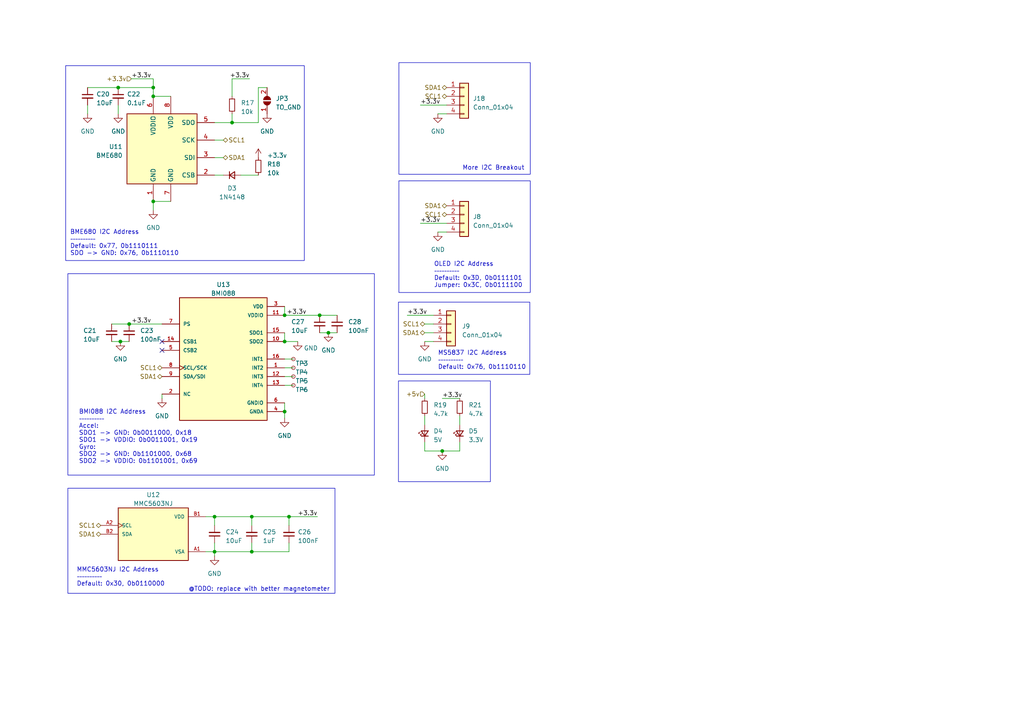
<source format=kicad_sch>
(kicad_sch (version 20230819) (generator eeschema)
  (paper "A4")
  (title_block (title "Carrier Board") (date "2023-11-21") (rev "V3") (company "MUREX Robotics [Byran Huang]") (comment 1 "//DO IT RIGHT,  DO IT MUREX") (comment 2 "// ATTEMPT THE IMPOSSIBLE") (comment 3 "CM4-based ROV (robotics) control board.") (comment 4 "The MUREX Carrier Board is the world's first open-source "))
  (lib_symbols
    (symbol "BMI088:BMI088" (pin_names (offset 1.016))
      (property "Reference" "U" (at -12.7 18.415 0))
      (property "Value" "BMI088" (at -12.7 -20.32 0))
      (symbol "BMI088_0_0"
        (rectangle (start -12.7 -17.78) (end 12.7 17.78) (stroke (width 0.254)) (fill (type background)))
        (pin bidirectional line (at 17.78 -2.54 180) (length 5.08) (name "INT2") (number "1"))
        (pin output line (at 17.78 5.08 180) (length 5.08) (name "SDO2") (number "10"))
        (pin power_in line (at 17.78 12.7 180) (length 5.08) (name "VDDIO") (number "11"))
        (pin bidirectional line (at 17.78 -5.08 180) (length 5.08) (name "INT3") (number "12"))
        (pin bidirectional line (at 17.78 -7.62 180) (length 5.08) (name "INT4") (number "13"))
        (pin input line (at -17.78 5.08 0) (length 5.08) (name "CSB1") (number "14"))
        (pin output line (at 17.78 7.62 180) (length 5.08) (name "SDO1") (number "15"))
        (pin bidirectional line (at 17.78 0 180) (length 5.08) (name "INT1") (number "16"))
        (pin passive line (at -17.78 -10.16 0) (length 5.08) (name "NC") (number "2"))
        (pin power_in line (at 17.78 15.24 180) (length 5.08) (name "VDD") (number "3"))
        (pin power_in line (at 17.78 -15.24 180) (length 5.08) (name "GNDA") (number "4"))
        (pin input line (at -17.78 2.54 0) (length 5.08) (name "CSB2") (number "5"))
        (pin power_in line (at 17.78 -12.7 180) (length 5.08) (name "GNDIO") (number "6"))
        (pin input line (at -17.78 10.16 0) (length 5.08) (name "PS") (number "7"))
        (pin input clock (at -17.78 -2.54 0) (length 5.08) (name "SCL/SCK") (number "8"))
        (pin bidirectional line (at -17.78 -5.08 0) (length 5.08) (name "SDA/SDI") (number "9"))
      )
    )
    (symbol "Connector:TestPoint_Small" (pin_numbers hide) (pin_names (offset 0.762) hide)
      (property "Reference" "TP" (at 0 3.81 0))
      (property "Value" "TestPoint_Small" (at 0 2.032 0))
      (symbol "TestPoint_Small_0_1"
        (circle (center 0 0) (radius 0.508))
      )
      (symbol "TestPoint_Small_1_1"
        (pin passive line (at 0 0 90) (length 0) (name "1") (number "1"))
      )
    )
    (symbol "Connector_Generic:Conn_01x04" (pin_names (offset 1.016) hide)
      (property "Reference" "J" (at 0 5.08 0))
      (property "Value" "Conn_01x04" (at 0 -7.62 0))
      (symbol "Conn_01x04_1_1"
        (rectangle (start -1.27 -4.953) (end 0 -5.207) (stroke (width 0.1524)))
        (rectangle (start -1.27 -2.413) (end 0 -2.667) (stroke (width 0.1524)))
        (rectangle (start -1.27 0.127) (end 0 -0.127) (stroke (width 0.1524)))
        (rectangle (start -1.27 2.667) (end 0 2.413) (stroke (width 0.1524)))
        (rectangle (start -1.27 3.81) (end 1.27 -6.35) (stroke (width 0.254)) (fill (type background)))
        (pin passive line (at -5.08 2.54 0) (length 3.81) (name "Pin_1") (number "1"))
        (pin passive line (at -5.08 0 0) (length 3.81) (name "Pin_2") (number "2"))
        (pin passive line (at -5.08 -2.54 0) (length 3.81) (name "Pin_3") (number "3"))
        (pin passive line (at -5.08 -5.08 0) (length 3.81) (name "Pin_4") (number "4"))
      )
    )
    (symbol "Device:C_Small" (pin_numbers hide) (pin_names (offset 0.254) hide)
      (property "Reference" "C" (at 0.254 1.778 0))
      (property "Value" "C_Small" (at 0.254 -2.032 0))
      (symbol "C_Small_0_1"
        (polyline (pts (xy -1.524 -0.508) (xy 1.524 -0.508)) (stroke (width 0.3302)))
        (polyline (pts (xy -1.524 0.508) (xy 1.524 0.508)) (stroke (width 0.3048)))
      )
      (symbol "C_Small_1_1"
        (pin passive line (at 0 2.54 270) (length 2.032) (name "~") (number "1"))
        (pin passive line (at 0 -2.54 90) (length 2.032) (name "~") (number "2"))
      )
    )
    (symbol "Device:D_Small" (pin_numbers hide) (pin_names (offset 0.254) hide)
      (property "Reference" "D" (at -1.27 2.032 0))
      (property "Value" "D_Small" (at -3.81 -2.032 0))
      (symbol "D_Small_0_1"
        (polyline (pts (xy -0.762 -1.016) (xy -0.762 1.016)) (stroke (width 0.254)))
        (polyline (pts (xy -0.762 0) (xy 0.762 0)))
        (polyline (pts (xy 0.762 -1.016) (xy -0.762 0) (xy 0.762 1.016) (xy 0.762 -1.016)) (stroke (width 0.254)))
      )
      (symbol "D_Small_1_1"
        (pin passive line (at -2.54 0 0) (length 1.778) (name "K") (number "1"))
        (pin passive line (at 2.54 0 180) (length 1.778) (name "A") (number "2"))
      )
    )
    (symbol "Device:LED_Small" (pin_numbers hide) (pin_names (offset 0.254) hide)
      (property "Reference" "D" (at -1.27 3.175 0))
      (property "Value" "LED_Small" (at -4.445 -2.54 0))
      (symbol "LED_Small_0_1"
        (polyline (pts (xy -0.762 -1.016) (xy -0.762 1.016)) (stroke (width 0.254)))
        (polyline (pts (xy 1.016 0) (xy -0.762 0)))
        (polyline (pts (xy 0.762 -1.016) (xy -0.762 0) (xy 0.762 1.016) (xy 0.762 -1.016)) (stroke (width 0.254)))
        (polyline (pts (xy 0 0.762) (xy -0.508 1.27) (xy -0.254 1.27) (xy -0.508 1.27) (xy -0.508 1.016)))
        (polyline (pts (xy 0.508 1.27) (xy 0 1.778) (xy 0.254 1.778) (xy 0 1.778) (xy 0 1.524)))
      )
      (symbol "LED_Small_1_1"
        (pin passive line (at -2.54 0 0) (length 1.778) (name "K") (number "1"))
        (pin passive line (at 2.54 0 180) (length 1.778) (name "A") (number "2"))
      )
    )
    (symbol "Device:R_Small" (pin_numbers hide) (pin_names (offset 0.254) hide)
      (property "Reference" "R" (at 0.762 0.508 0))
      (property "Value" "R_Small" (at 0.762 -1.016 0))
      (symbol "R_Small_0_1"
        (rectangle (start -0.762 1.778) (end 0.762 -1.778) (stroke (width 0.2032)))
      )
      (symbol "R_Small_1_1"
        (pin passive line (at 0 2.54 270) (length 0.762) (name "~") (number "1"))
        (pin passive line (at 0 -2.54 90) (length 0.762) (name "~") (number "2"))
      )
    )
    (symbol "Jumper:SolderJumper_2_Open" (pin_names (offset 0) hide)
      (property "Reference" "JP" (at 0 2.032 0))
      (property "Value" "SolderJumper_2_Open" (at 0 -2.54 0))
      (symbol "SolderJumper_2_Open_0_1"
        (arc (start -0.254 1.016) (mid -1.2656 0) (end -0.254 -1.016))
        (arc (start -0.254 1.016) (mid -1.2656 0) (end -0.254 -1.016) (fill (type outline)))
        (polyline (pts (xy -0.254 1.016) (xy -0.254 -1.016)))
        (polyline (pts (xy 0.254 1.016) (xy 0.254 -1.016)))
        (arc (start 0.254 -1.016) (mid 1.2656 0) (end 0.254 1.016))
        (arc (start 0.254 -1.016) (mid 1.2656 0) (end 0.254 1.016) (fill (type outline)))
      )
      (symbol "SolderJumper_2_Open_1_1"
        (pin passive line (at -3.81 0 0) (length 2.54) (name "A") (number "1"))
        (pin passive line (at 3.81 0 180) (length 2.54) (name "B") (number "2"))
      )
    )
    (symbol "MMC5603NJ:MMC5603NJ" (pin_names (offset 1.016))
      (property "Reference" "U" (at -10.16 8.382 0))
      (property "Value" "MMC5603NJ" (at -10.16 -10.16 0))
      (symbol "MMC5603NJ_0_0"
        (rectangle (start -10.16 -7.62) (end 10.16 7.62) (stroke (width 0.254)) (fill (type background)))
        (pin power_in line (at 15.24 -5.08 180) (length 5.08) (name "VSA") (number "A1"))
        (pin input clock (at -15.24 2.54 0) (length 5.08) (name "SCL") (number "A2"))
        (pin power_in line (at 15.24 5.08 180) (length 5.08) (name "VDD") (number "B1"))
        (pin bidirectional line (at -15.24 0 0) (length 5.08) (name "SDA") (number "B2"))
      )
    )
    (symbol "Sensor:BME680"
      (property "Reference" "U" (at -8.89 11.43 0))
      (property "Value" "BME680" (at 7.62 11.43 0))
      (symbol "BME680_0_1"
        (rectangle (start -10.16 10.16) (end 10.16 -10.16) (stroke (width 0.254)) (fill (type background)))
      )
      (symbol "BME680_1_1"
        (pin power_in line (at -2.54 -15.24 90) (length 5.08) (name "GND") (number "1"))
        (pin input line (at 15.24 -7.62 180) (length 5.08) (name "CSB") (number "2"))
        (pin bidirectional line (at 15.24 -2.54 180) (length 5.08) (name "SDI") (number "3"))
        (pin input line (at 15.24 2.54 180) (length 5.08) (name "SCK") (number "4"))
        (pin bidirectional line (at 15.24 7.62 180) (length 5.08) (name "SDO") (number "5"))
        (pin power_in line (at -2.54 15.24 270) (length 5.08) (name "VDDIO") (number "6"))
        (pin power_in line (at 2.54 -15.24 90) (length 5.08) (name "GND") (number "7"))
        (pin power_in line (at 2.54 15.24 270) (length 5.08) (name "VDD") (number "8"))
      )
    )
    (symbol "power:+3.3V" (power) (pin_names (offset 0))
      (property "Value" "+3.3V" (at 0 3.556 0))
      (symbol "+3.3V_0_1"
        (polyline (pts (xy -0.762 1.27) (xy 0 2.54)))
        (polyline (pts (xy 0 0) (xy 0 2.54)))
        (polyline (pts (xy 0 2.54) (xy 0.762 1.27)))
      )
      (symbol "+3.3V_1_1"
        (pin power_in line (at 0 0 90) (length 0) hide (name "+3.3V") (number "1"))
      )
    )
    (symbol "power:GND" (power) (pin_names (offset 0))
      (property "Value" "GND" (at 0 -3.81 0))
      (symbol "GND_0_1"
        (polyline (pts (xy 0 0) (xy 0 -1.27) (xy 1.27 -1.27) (xy 0 -2.54) (xy -1.27 -1.27) (xy 0 -1.27)))
      )
      (symbol "GND_1_1"
        (pin power_in line (at 0 0 270) (length 0) hide (name "GND") (number "1"))
      )
    )
  )
  (junction (at 37.465 93.98))
  (junction (at 92.71 91.44))
  (junction (at 44.45 58.42))
  (junction (at 73.025 160.02))
  (junction (at 82.55 119.38))
  (junction (at 83.82 149.86))
  (junction (at 62.23 160.02))
  (junction (at 34.29 25.4))
  (junction (at 34.925 99.06))
  (junction (at 95.25 96.52))
  (junction (at 44.45 25.4))
  (junction (at 62.23 149.86))
  (junction (at 67.31 35.56))
  (junction (at 44.45 27.94))
  (junction (at 82.55 99.06))
  (junction (at 82.55 91.44))
  (junction (at 73.025 149.86))
  (junction (at 128.27 130.81))
  (no_connect (at 46.99 101.6))
  (no_connect (at 46.99 99.06))
  (wire (pts (xy 82.55 104.14) (xy 85.09 104.14)))
  (wire (pts (xy 133.35 120.65) (xy 133.35 123.19)))
  (wire (pts (xy 83.82 152.4) (xy 83.82 149.86)))
  (wire (pts (xy 82.55 106.68) (xy 85.09 106.68)))
  (wire (pts (xy 62.23 149.86) (xy 62.23 152.4)))
  (wire (pts (xy 62.23 160.02) (xy 62.23 161.29)))
  (wire (pts (xy 32.385 93.98) (xy 37.465 93.98)))
  (wire (pts (xy 38.1 22.86) (xy 44.45 22.86)))
  (wire (pts (xy 59.69 149.86) (xy 62.23 149.86)))
  (wire (pts (xy 123.19 96.52) (xy 125.73 96.52)))
  (wire (pts (xy 73.025 149.86) (xy 73.025 152.4)))
  (wire (pts (xy 44.45 58.42) (xy 49.53 58.42)))
  (wire (pts (xy 34.925 99.06) (xy 37.465 99.06)))
  (wire (pts (xy 82.55 116.84) (xy 82.55 119.38)))
  (wire (pts (xy 77.47 25.4) (xy 74.93 25.4)))
  (wire (pts (xy 123.19 114.3) (xy 123.19 115.57)))
  (wire (pts (xy 133.35 128.27) (xy 133.35 130.81)))
  (wire (pts (xy 67.31 33.02) (xy 67.31 35.56)))
  (wire (pts (xy 44.45 25.4) (xy 44.45 27.94)))
  (wire (pts (xy 123.19 130.81) (xy 128.27 130.81)))
  (wire (pts (xy 67.31 22.86) (xy 67.31 27.94)))
  (wire (pts (xy 127 67.31) (xy 129.54 67.31)))
  (wire (pts (xy 83.82 157.48) (xy 83.82 160.02)))
  (wire (pts (xy 37.465 93.98) (xy 46.99 93.98)))
  (wire (pts (xy 118.11 91.44) (xy 125.73 91.44)))
  (wire (pts (xy 82.55 99.06) (xy 86.36 99.06)))
  (wire (pts (xy 32.385 99.06) (xy 34.925 99.06)))
  (wire (pts (xy 92.71 96.52) (xy 95.25 96.52)))
  (wire (pts (xy 62.23 160.02) (xy 73.025 160.02)))
  (wire (pts (xy 128.27 115.57) (xy 133.35 115.57)))
  (wire (pts (xy 44.45 27.94) (xy 49.53 27.94)))
  (wire (pts (xy 62.23 40.64) (xy 64.77 40.64)))
  (wire (pts (xy 133.35 130.81) (xy 128.27 130.81)))
  (wire (pts (xy 121.92 30.48) (xy 129.54 30.48)))
  (wire (pts (xy 82.55 111.76) (xy 85.09 111.76)))
  (wire (pts (xy 123.19 99.06) (xy 125.73 99.06)))
  (wire (pts (xy 82.55 91.44) (xy 92.71 91.44)))
  (wire (pts (xy 46.99 114.3) (xy 46.99 115.57)))
  (wire (pts (xy 82.55 96.52) (xy 82.55 99.06)))
  (wire (pts (xy 62.23 157.48) (xy 62.23 160.02)))
  (wire (pts (xy 62.23 50.8) (xy 64.77 50.8)))
  (wire (pts (xy 82.55 88.9) (xy 82.55 91.44)))
  (wire (pts (xy 44.45 22.86) (xy 44.45 25.4)))
  (wire (pts (xy 74.93 25.4) (xy 74.93 35.56)))
  (wire (pts (xy 82.55 109.22) (xy 85.09 109.22)))
  (wire (pts (xy 44.45 58.42) (xy 44.45 60.96)))
  (wire (pts (xy 69.85 50.8) (xy 74.93 50.8)))
  (wire (pts (xy 34.29 30.48) (xy 34.29 33.02)))
  (wire (pts (xy 82.55 119.38) (xy 82.55 121.285)))
  (wire (pts (xy 73.025 157.48) (xy 73.025 160.02)))
  (wire (pts (xy 121.92 64.77) (xy 129.54 64.77)))
  (wire (pts (xy 62.23 35.56) (xy 67.31 35.56)))
  (wire (pts (xy 127 33.02) (xy 129.54 33.02)))
  (wire (pts (xy 62.23 45.72) (xy 64.77 45.72)))
  (wire (pts (xy 67.31 22.86) (xy 72.39 22.86)))
  (wire (pts (xy 25.4 25.4) (xy 34.29 25.4)))
  (wire (pts (xy 123.19 120.65) (xy 123.19 123.19)))
  (wire (pts (xy 34.29 25.4) (xy 44.45 25.4)))
  (wire (pts (xy 73.025 160.02) (xy 83.82 160.02)))
  (wire (pts (xy 62.23 149.86) (xy 73.025 149.86)))
  (wire (pts (xy 83.82 149.86) (xy 92.075 149.86)))
  (wire (pts (xy 123.19 128.27) (xy 123.19 130.81)))
  (wire (pts (xy 73.025 149.86) (xy 83.82 149.86)))
  (wire (pts (xy 92.71 91.44) (xy 97.79 91.44)))
  (wire (pts (xy 25.4 30.48) (xy 25.4 33.02)))
  (wire (pts (xy 59.69 160.02) (xy 62.23 160.02)))
  (wire (pts (xy 123.19 93.98) (xy 125.73 93.98)))
  (wire (pts (xy 67.31 35.56) (xy 74.93 35.56)))
  (wire (pts (xy 95.25 96.52) (xy 97.79 96.52)))
  (rectangle (start 115.57 87.63) (end 153.67 108.585))
  (rectangle (start 19.685 141.605) (end 97.155 172.085))
  (rectangle (start 115.697 18.161) (end 153.797 50.546))
  (rectangle (start 19.05 19.05) (end 88.265 75.565))
  (rectangle (start 115.697 52.451) (end 153.797 84.836))
  (rectangle (start 19.685 79.375) (end 108.585 137.795))
  (rectangle (start 115.57 110.49) (end 142.24 139.7))
  (text "MMC5603NJ I2C Address\n––––––––––\nDefault: 0x30, 0b0110000" (at 22.225 170.18 0) (effects (font (size 1.27 1.27)) (justify left bottom)))
  (text "MS5837 I2C Address\n––––––––––\nDefault: 0x76, 0b1110110" (at 127 107.315 0) (effects (font (size 1.27 1.27)) (justify left bottom)))
  (text "BME680 I2C Address\n––––––––––\nDefault: 0x77, 0b1110111\nSDO -> GND: 0x76, 0b1110110" (at 20.32 74.295 0) (effects (font (size 1.27 1.27)) (justify left bottom)))
  (text "BMI088 I2C Address\n––––––––––\nAccel:\nSDO1 -> GND: 0b0011000, 0x18\nSDO1 -> VDDIO: 0b0011001, 0x19\nGyro:\nSDO2 -> GND: 0b1101000, 0x68\nSDO2 -> VDDIO: 0b1101001, 0x69" (at 22.86 134.62 0) (effects (font (size 1.27 1.27)) (justify left bottom)))
  (text "@TODO: replace with better magnetometer" (at 75.184 170.942 0) (effects (font (size 1.27 1.27))))
  (text "More I2C Breakout" (at 134.112 49.53 0) (effects (font (size 1.27 1.27)) (justify left bottom)))
  (text "OLED I2C Address\n––––––––––\nDefault: 0x3D, 0b0111101\nJumper: 0x3C, 0b0111100" (at 125.857 83.566 0) (effects (font (size 1.27 1.27)) (justify left bottom)))
  (label "+3.3v" (at 118.11 91.44 0))
  (label "+3.3v" (at 88.9 91.44 180))
  (label "+3.3v" (at 92.075 149.86 180))
  (label "+3.3v" (at 121.92 30.48 0))
  (label "+3.3v" (at 38.1 22.86 0))
  (label "+3.3v" (at 38.1 93.98 0))
  (label "+3.3v" (at 72.39 22.86 180))
  (label "+3.3v" (at 121.92 64.77 0))
  (label "+3.3v" (at 128.27 115.57 0))
  (hierarchical_label "+5v" (shape input) (at 123.19 114.3 180))
  (hierarchical_label "+3.3v" (shape input) (at 38.1 22.86 180))
  (hierarchical_label "SCL1" (shape bidirectional) (at 29.21 152.4 180))
  (hierarchical_label "SDA1" (shape bidirectional) (at 129.54 59.69 180))
  (hierarchical_label "SCL1" (shape bidirectional) (at 129.54 27.94 180))
  (hierarchical_label "SDA1" (shape bidirectional) (at 64.77 45.72 0))
  (hierarchical_label "SCL1" (shape bidirectional) (at 129.54 62.23 180))
  (hierarchical_label "SDA1" (shape bidirectional) (at 46.99 109.22 180))
  (hierarchical_label "SDA1" (shape bidirectional) (at 123.19 96.52 180))
  (hierarchical_label "SDA1" (shape bidirectional) (at 129.54 25.4 180))
  (hierarchical_label "SCL1" (shape bidirectional) (at 46.99 106.68 180))
  (hierarchical_label "SCL1" (shape bidirectional) (at 64.77 40.64 0))
  (hierarchical_label "SDA1" (shape bidirectional) (at 29.21 154.94 180))
  (hierarchical_label "SCL1" (shape bidirectional) (at 123.19 93.98 180))
  (symbol (lib_id "power:GND") (at 127 67.31 0) (unit 1)
    (property "Reference" "#PWR056" (effects hide))
    (property "Value" "GND" (at 127 72.39 0))
    (instances (project "carrier" (path "" (reference "#PWR056") (unit 1))) (project "rov_pcb_v2" (path "" (reference "#PWR040") (unit 1))))
  )
  (symbol (lib_id "power:GND") (at 34.29 33.02 0) (unit 1)
    (property "Reference" "#PWR047" (effects hide))
    (property "Value" "GND" (at 34.29 38.1 0))
    (instances (project "carrier" (path "" (reference "#PWR047") (unit 1))) (project "rov_pcb_v2" (path "" (reference "#PWR044") (unit 1))))
  )
  (symbol (lib_id "Device:C_Small") (at 25.4 27.94 0) (unit 1)
    (property "Reference" "C20" (at 27.94 27.3113 0) (effects (justify left)))
    (property "Value" "10uF" (at 27.94 29.8513 0) (effects (justify left)))
    (property "Footprint" "Capacitor_SMD:C_0603_1608Metric" (effects hide))
    (instances (project "carrier" (path "" (reference "C20") (unit 1))) (project "rov_pcb_v2" (path "" (reference "C2") (unit 1))))
  )
  (symbol (lib_id "Sensor:BME680") (at 46.99 43.18 0) (unit 1)
    (property "Reference" "U11" (at 35.56 42.545 0) (effects (justify right)))
    (property "Value" "BME680" (at 35.56 45.085 0) (effects (justify right)))
    (property "Footprint" "Package_LGA:Bosch_LGA-8_3x3mm_P0.8mm_ClockwisePinNumbering" (effects hide))
    (property "Datasheet" "https://ae-bst.resource.bosch.com/media/_tech/media/datasheets/BST-BME680-DS001.pdf" (effects hide))
    (instances (project "carrier" (path "" (reference "U11") (unit 1))) (project "rov_pcb_v2" (path "" (reference "U2") (unit 1))))
  )
  (symbol (lib_id "Device:C_Small") (at 97.79 93.98 0) (unit 1)
    (property "Reference" "C28" (at 100.965 93.3513 0) (effects (justify left)))
    (property "Value" "100nF" (at 100.965 95.8913 0) (effects (justify left)))
    (property "Footprint" "Capacitor_SMD:C_0603_1608Metric" (effects hide))
  )
  (symbol (lib_id "Device:R_Small") (at 133.35 118.11 0) (unit 1)
    (property "Reference" "R21" (at 135.89 117.475 0) (effects (justify left)))
    (property "Value" "4.7k" (at 135.89 120.015 0) (effects (justify left)))
    (property "Footprint" "Resistor_SMD:R_0603_1608Metric" (effects hide))
    (instances (project "carrier" (path "" (reference "R21") (unit 1))) (project "rov_pcb_v2" (path "" (reference "R6") (unit 1))))
  )
  (symbol (lib_id "Jumper:SolderJumper_2_Open") (at 77.47 29.21 90) (unit 1)
    (property "Reference" "JP3" (at 80.01 28.575 90) (effects (justify right)))
    (property "Value" "TO_GND" (at 80.01 31.115 90) (effects (justify right)))
    (property "Footprint" "Jumper:SolderJumper-2_P1.3mm_Open_RoundedPad1.0x1.5mm" (effects hide))
    (instances (project "carrier" (path "" (reference "JP3") (unit 1))) (project "rov_pcb_v2" (path "" (reference "JP1") (unit 1))))
  )
  (symbol (lib_id "Device:C_Small") (at 83.82 154.94 180) (unit 1)
    (property "Reference" "C26" (at 86.36 154.2986 0) (effects (justify right)))
    (property "Value" "100nF" (at 86.36 156.8386 0) (effects (justify right)))
    (property "Footprint" "Capacitor_SMD:C_0603_1608Metric" (effects hide))
    (instances (project "carrier" (path "" (reference "C26") (unit 1))) (project "rov_pcb_v2" (path "" (reference "C4") (unit 1))))
  )
  (symbol (lib_id "Device:R_Small") (at 74.93 48.26 0) (unit 1)
    (property "Reference" "R18" (at 77.47 47.625 0) (effects (justify left)))
    (property "Value" "10k" (at 77.47 50.165 0) (effects (justify left)))
    (property "Footprint" "Resistor_SMD:R_0603_1608Metric" (effects hide))
    (instances (project "carrier" (path "" (reference "R18") (unit 1))) (project "rov_pcb_v2" (path "" (reference "R6") (unit 1))))
  )
  (symbol (lib_id "Device:LED_Small") (at 123.19 125.73 90) (unit 1)
    (property "Reference" "D4" (at 125.73 125.0315 90) (effects (justify right)))
    (property "Value" "5V" (at 125.73 127.5715 90) (effects (justify right)))
    (property "Footprint" "LED_SMD:LED_0603_1608Metric" (effects hide))
    (property "JLC Part #" "C2286" (effects hide))
  )
  (symbol (lib_id "Device:C_Small") (at 32.385 96.52 0) (unit 1)
    (property "Reference" "C21" (at 24.13 95.885 0) (effects (justify left)))
    (property "Value" "10uF" (at 24.13 98.425 0) (effects (justify left)))
    (property "Footprint" "Capacitor_SMD:C_0603_1608Metric" (effects hide))
  )
  (symbol (lib_id "Device:C_Small") (at 62.23 154.94 180) (unit 1)
    (property "Reference" "C24" (at 65.405 154.2986 0) (effects (justify right)))
    (property "Value" "10uF" (at 65.405 156.8386 0) (effects (justify right)))
    (property "Footprint" "Capacitor_SMD:C_0603_1608Metric" (effects hide))
    (instances (project "carrier" (path "" (reference "C24") (unit 1))) (project "rov_pcb_v2" (path "" (reference "C4") (unit 1))))
  )
  (symbol (lib_id "Device:C_Small") (at 73.025 154.94 180) (unit 1)
    (property "Reference" "C25" (at 76.2 154.2986 0) (effects (justify right)))
    (property "Value" "1uF" (at 76.2 156.8386 0) (effects (justify right)))
    (property "Footprint" "Capacitor_SMD:C_0603_1608Metric" (effects hide))
    (instances (project "carrier" (path "" (reference "C25") (unit 1))) (project "rov_pcb_v2" (path "" (reference "C4") (unit 1))))
  )
  (symbol (lib_id "BMI088:BMI088") (at 64.77 104.14 0) (unit 1)
    (property "Reference" "U13" (at 64.77 82.55 0))
    (property "Value" "BMI088" (at 64.77 85.09 0))
    (property "Footprint" "BMI088:PQFN50P450X300X100-16N" (effects hide))
    (property "MF" "Bosch Sensortec" (effects hide))
    (property "PURCHASE-URL" "https://pricing.snapeda.com/search/part/BMI088/?ref=eda" (effects hide))
    (property "PACKAGE" "VFLGA-16 Bosch Sensortec" (effects hide))
    (property "PRICE" "None" (effects hide))
    (property "MP" "BMI088" (effects hide))
    (property "AVAILABILITY" "In Stock" (effects hide))
    (property "DESCRIPTION" "Accelerometer, Gyroscope, 6 Axis Sensor I²C, SPI Output" (effects hide))
  )
  (symbol (lib_id "Device:R_Small") (at 67.31 30.48 0) (unit 1)
    (property "Reference" "R17" (at 69.85 29.845 0) (effects (justify left)))
    (property "Value" "10k" (at 69.85 32.385 0) (effects (justify left)))
    (property "Footprint" "Resistor_SMD:R_0603_1608Metric" (effects hide))
    (instances (project "carrier" (path "" (reference "R17") (unit 1))) (project "rov_pcb_v2" (path "" (reference "R5") (unit 1))))
  )
  (symbol (lib_id "Connector_Generic:Conn_01x04") (at 130.81 93.98 0) (unit 1)
    (property "Reference" "J9" (at 133.985 94.615 0) (effects (justify left)))
    (property "Value" "Conn_01x04" (at 133.985 97.155 0) (effects (justify left)))
    (property "Footprint" "Connector_PinHeader_2.54mm:PinHeader_1x04_P2.54mm_Vertical" (effects hide))
  )
  (symbol (lib_id "power:GND") (at 44.45 60.96 0) (unit 1)
    (property "Reference" "#PWR048" (effects hide))
    (property "Value" "GND" (at 44.45 66.04 0))
    (instances (project "carrier" (path "" (reference "#PWR048") (unit 1))) (project "rov_pcb_v2" (path "" (reference "#PWR040") (unit 1))))
  )
  (symbol (lib_id "power:GND") (at 82.55 121.285 0) (unit 1)
    (property "Reference" "#PWR053" (effects hide))
    (property "Value" "GND" (at 82.55 126.365 0))
  )
  (symbol (lib_id "power:GND") (at 25.4 33.02 0) (unit 1)
    (property "Reference" "#PWR045" (effects hide))
    (property "Value" "GND" (at 25.4 38.1 0))
    (instances (project "carrier" (path "" (reference "#PWR045") (unit 1))) (project "rov_pcb_v2" (path "" (reference "#PWR09") (unit 1))))
  )
  (symbol (lib_id "Connector_Generic:Conn_01x04") (at 134.62 27.94 0) (unit 1)
    (property "Reference" "J18" (at 137.16 28.575 0) (effects (justify left)))
    (property "Value" "Conn_01x04" (at 137.16 31.115 0) (effects (justify left)))
    (property "Footprint" "Connector_PinHeader_2.54mm:PinHeader_1x04_P2.54mm_Vertical" (effects hide))
  )
  (symbol (lib_id "power:GND") (at 77.47 33.02 0) (unit 1)
    (property "Reference" "#PWR052" (effects hide))
    (property "Value" "GND" (at 77.47 38.1 0))
    (instances (project "carrier" (path "" (reference "#PWR052") (unit 1))) (project "rov_pcb_v2" (path "" (reference "#PWR045") (unit 1))))
  )
  (symbol (lib_id "Connector_Generic:Conn_01x04") (at 134.62 62.23 0) (unit 1)
    (property "Reference" "J8" (at 137.16 62.865 0) (effects (justify left)))
    (property "Value" "Conn_01x04" (at 137.16 65.405 0) (effects (justify left)))
    (property "Footprint" "Connector_PinHeader_2.54mm:PinHeader_1x04_P2.54mm_Vertical" (effects hide))
  )
  (symbol (lib_id "power:GND") (at 127 33.02 0) (unit 1)
    (property "Reference" "#PWR084" (effects hide))
    (property "Value" "GND" (at 127 38.1 0))
    (instances (project "carrier" (path "" (reference "#PWR084") (unit 1))) (project "rov_pcb_v2" (path "" (reference "#PWR040") (unit 1))))
  )
  (symbol (lib_id "Device:C_Small") (at 34.29 27.94 0) (unit 1)
    (property "Reference" "C22" (at 36.83 27.3113 0) (effects (justify left)))
    (property "Value" "0.1uF" (at 36.83 29.8513 0) (effects (justify left)))
    (property "Footprint" "Capacitor_SMD:C_0603_1608Metric" (effects hide))
    (instances (project "carrier" (path "" (reference "C22") (unit 1))) (project "rov_pcb_v2" (path "" (reference "C3") (unit 1))))
  )
  (symbol (lib_id "power:GND") (at 34.925 99.06 0) (unit 1)
    (property "Reference" "#PWR046" (effects hide))
    (property "Value" "GND" (at 34.925 104.14 0))
  )
  (symbol (lib_id "power:GND") (at 46.99 115.57 0) (unit 1)
    (property "Reference" "#PWR049" (effects hide))
    (property "Value" "GND" (at 46.99 120.65 0))
  )
  (symbol (lib_id "Device:C_Small") (at 92.71 93.98 0) (unit 1)
    (property "Reference" "C27" (at 84.455 93.345 0) (effects (justify left)))
    (property "Value" "10uF" (at 84.455 95.885 0) (effects (justify left)))
    (property "Footprint" "Capacitor_SMD:C_0603_1608Metric" (effects hide))
  )
  (symbol (lib_id "Device:C_Small") (at 37.465 96.52 0) (unit 1)
    (property "Reference" "C23" (at 40.64 95.8913 0) (effects (justify left)))
    (property "Value" "100nF" (at 40.64 98.4313 0) (effects (justify left)))
    (property "Footprint" "Capacitor_SMD:C_0603_1608Metric" (effects hide))
  )
  (symbol (lib_id "power:GND") (at 95.25 96.52 0) (unit 1)
    (property "Reference" "#PWR055" (effects hide))
    (property "Value" "GND" (at 95.25 101.6 0))
  )
  (symbol (lib_id "Device:D_Small") (at 67.31 50.8 0) (unit 1)
    (property "Reference" "D3" (at 67.31 54.61 0))
    (property "Value" "1N4148" (at 67.31 57.15 0))
    (property "Footprint" "Diode_SMD:D_SOD-323" (effects hide))
    (property "Sim.Device" "D" (effects hide))
    (property "Sim.Pins" "1=K 2=A" (effects hide))
    (instances (project "carrier" (path "" (reference "D3") (unit 1))) (project "rov_pcb_v2" (path "" (reference "D2") (unit 1))))
  )
  (symbol (lib_id "power:GND") (at 123.19 99.06 0) (unit 1)
    (property "Reference" "#PWR062" (effects hide))
    (property "Value" "GND" (at 123.19 104.14 0))
    (instances (project "carrier" (path "" (reference "#PWR062") (unit 1))) (project "rov_pcb_v2" (path "" (reference "#PWR040") (unit 1))))
  )
  (symbol (lib_id "MMC5603NJ:MMC5603NJ") (at 44.45 154.94 0) (unit 1)
    (property "Reference" "U12" (at 44.45 143.51 0))
    (property "Value" "MMC5603NJ" (at 44.45 146.05 0))
    (property "Footprint" "MMC5603NJ:XDCR_MMC5603NJ" (effects hide))
    (property "PARTREV" "B" (effects hide))
    (property "MANUFACTURER" "Memsic Inc." (effects hide))
    (property "SNAPEDA_PN" "MMC5603NJ" (effects hide))
    (property "MAXIMUM_PACKAGE_HEIGHT" "0.6 mm" (effects hide))
    (property "STANDARD" "Manufacturer Recommendations" (effects hide))
  )
  (symbol (lib_id "Device:R_Small") (at 123.19 118.11 0) (unit 1)
    (property "Reference" "R19" (at 125.73 117.475 0) (effects (justify left)))
    (property "Value" "4.7k" (at 125.73 120.015 0) (effects (justify left)))
    (property "Footprint" "Resistor_SMD:R_0603_1608Metric" (effects hide))
    (instances (project "carrier" (path "" (reference "R19") (unit 1))) (project "rov_pcb_v2" (path "" (reference "R6") (unit 1))))
  )
  (symbol (lib_id "Device:LED_Small") (at 133.35 125.73 90) (unit 1)
    (property "Reference" "D5" (at 135.89 125.0315 90) (effects (justify right)))
    (property "Value" "3.3V" (at 135.89 127.5715 90) (effects (justify right)))
    (property "Footprint" "LED_SMD:LED_0603_1608Metric" (effects hide))
    (property "JLC Part #" "C72041" (effects hide))
  )
  (symbol (lib_id "Connector:TestPoint_Small") (at 85.09 106.68 0) (unit 1)
    (property "Reference" "TP4" (at 85.725 107.95 0) (effects (justify left)))
    (property "Value" "~" (at 87.63 107.95 0) (effects (justify left)))
    (property "Footprint" "TestPoint:TestPoint_Pad_D1.5mm" (effects hide))
  )
  (symbol (lib_id "power:GND") (at 62.23 161.29 0) (unit 1)
    (property "Reference" "#PWR050" (effects hide))
    (property "Value" "GND" (at 62.23 166.37 0))
    (instances (project "carrier" (path "" (reference "#PWR050") (unit 1))) (project "rov_pcb_v2" (path "" (reference "#PWR018") (unit 1))))
  )
  (symbol (lib_id "power:GND") (at 86.36 99.06 0) (unit 1)
    (property "Reference" "#PWR054" (effects hide))
    (property "Value" "GND" (at 90.17 100.965 0))
  )
  (symbol (lib_id "Connector:TestPoint_Small") (at 85.09 104.14 0) (unit 1)
    (property "Reference" "TP3" (at 85.725 105.41 0) (effects (justify left)))
    (property "Value" "~" (at 87.63 105.41 0) (effects (justify left)))
    (property "Footprint" "TestPoint:TestPoint_Pad_D1.5mm" (effects hide))
  )
  (symbol (lib_id "power:GND") (at 128.27 130.81 0) (unit 1)
    (property "Reference" "#PWR060" (effects hide))
    (property "Value" "GND" (at 128.27 135.89 0))
    (instances (project "carrier" (path "" (reference "#PWR060") (unit 1))) (project "rov_pcb_v2" (path "" (reference "#PWR040") (unit 1))))
  )
  (symbol (lib_id "Connector:TestPoint_Small") (at 85.09 109.22 0) (unit 1)
    (property "Reference" "TP5" (at 85.725 110.49 0) (effects (justify left)))
    (property "Value" "~" (at 87.63 110.49 0) (effects (justify left)))
    (property "Footprint" "TestPoint:TestPoint_Pad_D1.5mm" (effects hide))
  )
  (symbol (lib_id "Connector:TestPoint_Small") (at 85.09 111.76 0) (unit 1)
    (property "Reference" "TP6" (at 85.725 113.03 0) (effects (justify left)))
    (property "Value" "~" (at 87.63 113.03 0) (effects (justify left)))
    (property "Footprint" "TestPoint:TestPoint_Pad_D1.5mm" (effects hide))
  )
  (symbol (lib_id "power:+3.3V") (at 74.93 45.72 0) (unit 1)
    (property "Reference" "#PWR051" (effects hide))
    (property "Value" "+3.3v" (at 77.47 45.085 0) (effects (justify left)))
    (instances (project "carrier" (path "" (reference "#PWR051") (unit 1))) (project "rov_pcb_v2" (path "" (reference "#PWR042") (unit 1))))
  )
)
</source>
